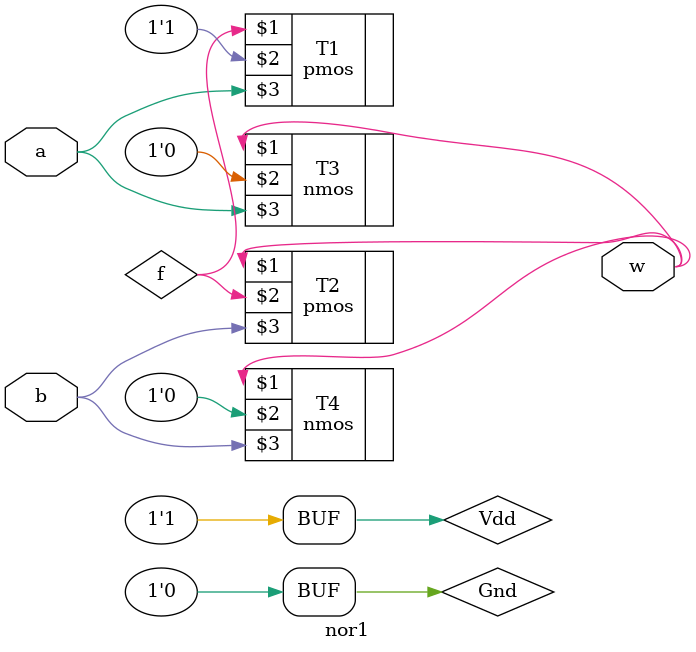
<source format=v>
`timescale 1ns/1ns
module nor1(input a,b,output w);
  wire f;
  supply1 Vdd;
  supply0 Gnd;
  pmos #(5,6,7) T1(f,Vdd,a),
                T2(w,f,b);
  nmos #(3,4,5) T3(w,Gnd,a),
                T4(w,Gnd,b); 
endmodule



</source>
